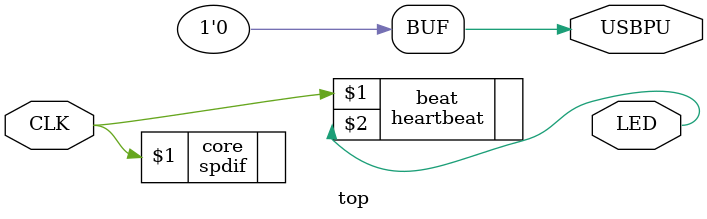
<source format=v>
module top (
  input  CLK,   // 16 MHz Global Clock
  output LED,   // On-board LED
  output USBPU  // USB Pull-up Resistor
);

  // Disable USB
  assign USBPU = 0;

  // Create S/PDIF core instance
  spdif core(CLK);

  // Create Heartbeat module instance
  heartbeat beat(CLK, LED);
endmodule

</source>
